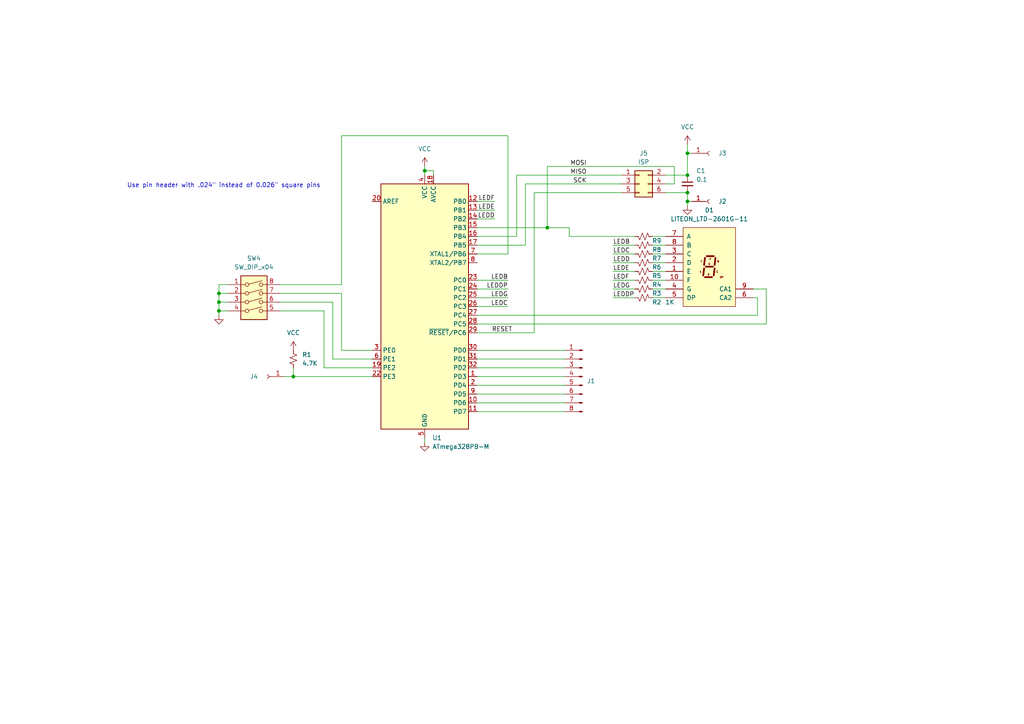
<source format=kicad_sch>
(kicad_sch (version 20230121) (generator eeschema)
  (paper "A4")
  (lib_symbols
    (symbol "Connector:Conn_01x01_Socket" (pin_names (offset 1.016) hide)
      (property "Reference" "J" (at 0 2.54 0))
      (property "Value" "Conn_01x01_Socket" (at 0 -2.54 0))
      (symbol "Conn_01x01_Socket_1_1"
        (polyline (pts (xy -1.27 0) (xy -0.508 0)) (stroke (width 0.1524)))
        (arc (start 0 0.508) (mid -0.5058 0) (end 0 -0.508) (stroke (width 0.1524)))
        (pin passive line (at -5.08 0 0) (length 3.81) (name "Pin_1") (number "1"))
      )
    )
    (symbol "Connector:Conn_01x08_Pin" (pin_names (offset 1.016) hide)
      (property "Reference" "J" (at 0 10.16 0))
      (property "Value" "Conn_01x08_Pin" (at 0 -12.7 0))
      (symbol "Conn_01x08_Pin_1_1"
        (polyline (pts (xy 1.27 -10.16) (xy 0.8636 -10.16)) (stroke (width 0.1524)))
        (polyline (pts (xy 1.27 -7.62) (xy 0.8636 -7.62)) (stroke (width 0.1524)))
        (polyline (pts (xy 1.27 -5.08) (xy 0.8636 -5.08)) (stroke (width 0.1524)))
        (polyline (pts (xy 1.27 -2.54) (xy 0.8636 -2.54)) (stroke (width 0.1524)))
        (polyline (pts (xy 1.27 0) (xy 0.8636 0)) (stroke (width 0.1524)))
        (polyline (pts (xy 1.27 2.54) (xy 0.8636 2.54)) (stroke (width 0.1524)))
        (polyline (pts (xy 1.27 5.08) (xy 0.8636 5.08)) (stroke (width 0.1524)))
        (polyline (pts (xy 1.27 7.62) (xy 0.8636 7.62)) (stroke (width 0.1524)))
        (rectangle (start 0.8636 -10.033) (end 0 -10.287) (stroke (width 0.1524)) (fill (type outline)))
        (rectangle (start 0.8636 -7.493) (end 0 -7.747) (stroke (width 0.1524)) (fill (type outline)))
        (rectangle (start 0.8636 -4.953) (end 0 -5.207) (stroke (width 0.1524)) (fill (type outline)))
        (rectangle (start 0.8636 -2.413) (end 0 -2.667) (stroke (width 0.1524)) (fill (type outline)))
        (rectangle (start 0.8636 0.127) (end 0 -0.127) (stroke (width 0.1524)) (fill (type outline)))
        (rectangle (start 0.8636 2.667) (end 0 2.413) (stroke (width 0.1524)) (fill (type outline)))
        (rectangle (start 0.8636 5.207) (end 0 4.953) (stroke (width 0.1524)) (fill (type outline)))
        (rectangle (start 0.8636 7.747) (end 0 7.493) (stroke (width 0.1524)) (fill (type outline)))
        (pin passive line (at 5.08 7.62 180) (length 3.81) (name "Pin_1") (number "1"))
        (pin passive line (at 5.08 5.08 180) (length 3.81) (name "Pin_2") (number "2"))
        (pin passive line (at 5.08 2.54 180) (length 3.81) (name "Pin_3") (number "3"))
        (pin passive line (at 5.08 0 180) (length 3.81) (name "Pin_4") (number "4"))
        (pin passive line (at 5.08 -2.54 180) (length 3.81) (name "Pin_5") (number "5"))
        (pin passive line (at 5.08 -5.08 180) (length 3.81) (name "Pin_6") (number "6"))
        (pin passive line (at 5.08 -7.62 180) (length 3.81) (name "Pin_7") (number "7"))
        (pin passive line (at 5.08 -10.16 180) (length 3.81) (name "Pin_8") (number "8"))
      )
    )
    (symbol "Connector_Generic:Conn_02x03_Odd_Even" (pin_names (offset 1.016) hide)
      (property "Reference" "J" (at 1.27 5.08 0))
      (property "Value" "Conn_02x03_Odd_Even" (at 1.27 -5.08 0))
      (symbol "Conn_02x03_Odd_Even_1_1"
        (rectangle (start -1.27 -2.413) (end 0 -2.667) (stroke (width 0.1524)))
        (rectangle (start -1.27 0.127) (end 0 -0.127) (stroke (width 0.1524)))
        (rectangle (start -1.27 2.667) (end 0 2.413) (stroke (width 0.1524)))
        (rectangle (start -1.27 3.81) (end 3.81 -3.81) (stroke (width 0.254)) (fill (type background)))
        (rectangle (start 3.81 -2.413) (end 2.54 -2.667) (stroke (width 0.1524)))
        (rectangle (start 3.81 0.127) (end 2.54 -0.127) (stroke (width 0.1524)))
        (rectangle (start 3.81 2.667) (end 2.54 2.413) (stroke (width 0.1524)))
        (pin passive line (at -5.08 2.54 0) (length 3.81) (name "Pin_1") (number "1"))
        (pin passive line (at 7.62 2.54 180) (length 3.81) (name "Pin_2") (number "2"))
        (pin passive line (at -5.08 0 0) (length 3.81) (name "Pin_3") (number "3"))
        (pin passive line (at 7.62 0 180) (length 3.81) (name "Pin_4") (number "4"))
        (pin passive line (at -5.08 -2.54 0) (length 3.81) (name "Pin_5") (number "5"))
        (pin passive line (at 7.62 -2.54 180) (length 3.81) (name "Pin_6") (number "6"))
      )
    )
    (symbol "Device:C_Small" (pin_numbers hide) (pin_names (offset 0.254) hide)
      (property "Reference" "C" (at 0.254 1.778 0))
      (property "Value" "C_Small" (at 0.254 -2.032 0))
      (symbol "C_Small_0_1"
        (polyline (pts (xy -1.524 -0.508) (xy 1.524 -0.508)) (stroke (width 0.3302)))
        (polyline (pts (xy -1.524 0.508) (xy 1.524 0.508)) (stroke (width 0.3048)))
      )
      (symbol "C_Small_1_1"
        (pin passive line (at 0 2.54 270) (length 2.032) (name "~") (number "1"))
        (pin passive line (at 0 -2.54 90) (length 2.032) (name "~") (number "2"))
      )
    )
    (symbol "Device:R_Small_US" (pin_numbers hide) (pin_names (offset 0.254) hide)
      (property "Reference" "R" (at 0.762 0.508 0))
      (property "Value" "R_Small_US" (at 0.762 -1.016 0))
      (symbol "R_Small_US_1_1"
        (polyline (pts (xy 0 0) (xy 1.016 -0.381) (xy 0 -0.762) (xy -1.016 -1.143) (xy 0 -1.524)))
        (polyline (pts (xy 0 1.524) (xy 1.016 1.143) (xy 0 0.762) (xy -1.016 0.381) (xy 0 0)))
        (pin passive line (at 0 2.54 270) (length 1.016) (name "~") (number "1"))
        (pin passive line (at 0 -2.54 90) (length 1.016) (name "~") (number "2"))
      )
    )
    (symbol "MCU_Microchip_ATmega:ATmega328PB-M"
      (property "Reference" "U" (at -12.7 36.83 0))
      (property "Value" "ATmega328PB-M" (at 2.54 -36.83 0))
      (symbol "ATmega328PB-M_0_1"
        (rectangle (start -12.7 -35.56) (end 12.7 35.56) (stroke (width 0.254)) (fill (type background)))
      )
      (symbol "ATmega328PB-M_1_1"
        (pin bidirectional line (at 15.24 -20.32 180) (length 2.54) (name "PD3") (number "1"))
        (pin bidirectional line (at 15.24 -27.94 180) (length 2.54) (name "PD6") (number "10"))
        (pin bidirectional line (at 15.24 -30.48 180) (length 2.54) (name "PD7") (number "11"))
        (pin bidirectional line (at 15.24 30.48 180) (length 2.54) (name "PB0") (number "12"))
        (pin bidirectional line (at 15.24 27.94 180) (length 2.54) (name "PB1") (number "13"))
        (pin bidirectional line (at 15.24 25.4 180) (length 2.54) (name "PB2") (number "14"))
        (pin bidirectional line (at 15.24 22.86 180) (length 2.54) (name "PB3") (number "15"))
        (pin bidirectional line (at 15.24 20.32 180) (length 2.54) (name "PB4") (number "16"))
        (pin bidirectional line (at 15.24 17.78 180) (length 2.54) (name "PB5") (number "17"))
        (pin power_in line (at 2.54 38.1 270) (length 2.54) (name "AVCC") (number "18"))
        (pin bidirectional line (at -15.24 -17.78 0) (length 2.54) (name "PE2") (number "19"))
        (pin bidirectional line (at 15.24 -22.86 180) (length 2.54) (name "PD4") (number "2"))
        (pin passive line (at -15.24 30.48 0) (length 2.54) (name "AREF") (number "20"))
        (pin passive line (at 0 -38.1 90) (length 2.54) hide (name "GND") (number "21"))
        (pin bidirectional line (at -15.24 -20.32 0) (length 2.54) (name "PE3") (number "22"))
        (pin bidirectional line (at 15.24 7.62 180) (length 2.54) (name "PC0") (number "23"))
        (pin bidirectional line (at 15.24 5.08 180) (length 2.54) (name "PC1") (number "24"))
        (pin bidirectional line (at 15.24 2.54 180) (length 2.54) (name "PC2") (number "25"))
        (pin bidirectional line (at 15.24 0 180) (length 2.54) (name "PC3") (number "26"))
        (pin bidirectional line (at 15.24 -2.54 180) (length 2.54) (name "PC4") (number "27"))
        (pin bidirectional line (at 15.24 -5.08 180) (length 2.54) (name "PC5") (number "28"))
        (pin bidirectional line (at 15.24 -7.62 180) (length 2.54) (name "~{RESET}/PC6") (number "29"))
        (pin bidirectional line (at -15.24 -12.7 0) (length 2.54) (name "PE0") (number "3"))
        (pin bidirectional line (at 15.24 -12.7 180) (length 2.54) (name "PD0") (number "30"))
        (pin bidirectional line (at 15.24 -15.24 180) (length 2.54) (name "PD1") (number "31"))
        (pin bidirectional line (at 15.24 -17.78 180) (length 2.54) (name "PD2") (number "32"))
        (pin passive line (at 0 -38.1 90) (length 2.54) hide (name "GND") (number "33"))
        (pin power_in line (at 0 38.1 270) (length 2.54) (name "VCC") (number "4"))
        (pin power_in line (at 0 -38.1 90) (length 2.54) (name "GND") (number "5"))
        (pin bidirectional line (at -15.24 -15.24 0) (length 2.54) (name "PE1") (number "6"))
        (pin bidirectional line (at 15.24 15.24 180) (length 2.54) (name "XTAL1/PB6") (number "7"))
        (pin bidirectional line (at 15.24 12.7 180) (length 2.54) (name "XTAL2/PB7") (number "8"))
        (pin bidirectional line (at 15.24 -25.4 180) (length 2.54) (name "PD5") (number "9"))
      )
    )
    (symbol "Switch:SW_DIP_x04" (pin_names (offset 0) hide)
      (property "Reference" "SW" (at 0 8.89 0))
      (property "Value" "SW_DIP_x04" (at 0 -6.35 0))
      (symbol "SW_DIP_x04_0_0"
        (circle (center -2.032 -2.54) (radius 0.508))
        (circle (center -2.032 0) (radius 0.508))
        (circle (center -2.032 2.54) (radius 0.508))
        (circle (center -2.032 5.08) (radius 0.508))
        (polyline (pts (xy -1.524 -2.3876) (xy 2.3622 -1.3462)))
        (polyline (pts (xy -1.524 0.127) (xy 2.3622 1.1684)))
        (polyline (pts (xy -1.524 2.667) (xy 2.3622 3.7084)))
        (polyline (pts (xy -1.524 5.207) (xy 2.3622 6.2484)))
        (circle (center 2.032 -2.54) (radius 0.508))
        (circle (center 2.032 0) (radius 0.508))
        (circle (center 2.032 2.54) (radius 0.508))
        (circle (center 2.032 5.08) (radius 0.508))
      )
      (symbol "SW_DIP_x04_0_1"
        (rectangle (start -3.81 7.62) (end 3.81 -5.08) (stroke (width 0.254)) (fill (type background)))
      )
      (symbol "SW_DIP_x04_1_1"
        (pin passive line (at -7.62 5.08 0) (length 5.08) (name "~") (number "1"))
        (pin passive line (at -7.62 2.54 0) (length 5.08) (name "~") (number "2"))
        (pin passive line (at -7.62 0 0) (length 5.08) (name "~") (number "3"))
        (pin passive line (at -7.62 -2.54 0) (length 5.08) (name "~") (number "4"))
        (pin passive line (at 7.62 -2.54 180) (length 5.08) (name "~") (number "5"))
        (pin passive line (at 7.62 0 180) (length 5.08) (name "~") (number "6"))
        (pin passive line (at 7.62 2.54 180) (length 5.08) (name "~") (number "7"))
        (pin passive line (at 7.62 5.08 180) (length 5.08) (name "~") (number "8"))
      )
    )
    (symbol "discretes_new:LITEON_LTD-2601G-11" (pin_names (offset 1.016))
      (property "Reference" "D" (at 2.54 5.08 0))
      (property "Value" "LITEON_LTD-2601G-11" (at 7.62 2.54 0))
      (symbol "LITEON_LTD-2601G-11_0_1"
        (rectangle (start 0 0) (end 15.24 -22.86) (fill (type background)))
      )
      (symbol "LITEON_LTD-2601G-11_1_1"
        (polyline (pts (xy 6.096 -11.811) (xy 5.842 -13.843)) (stroke (width 0.508)))
        (polyline (pts (xy 6.35 -14.351) (xy 8.382 -14.351)) (stroke (width 0.508)))
        (polyline (pts (xy 6.35 -8.763) (xy 6.096 -10.795)) (stroke (width 0.508)))
        (polyline (pts (xy 6.604 -11.303) (xy 8.636 -11.303)) (stroke (width 0.508)))
        (polyline (pts (xy 6.858 -8.255) (xy 8.89 -8.255)) (stroke (width 0.508)))
        (polyline (pts (xy 9.144 -11.811) (xy 8.89 -13.843)) (stroke (width 0.508)))
        (polyline (pts (xy 9.398 -8.763) (xy 9.144 -10.795)) (stroke (width 0.508)))
        (polyline (pts (xy 10.16 -14.351) (xy 10.16 -14.351)) (stroke (width 0.508)))
        (text "A" (at 7.874 -9.017 0) (effects (font (size 0.508 0.508))))
        (text "B" (at 10.16 -9.779 0) (effects (font (size 0.508 0.508))))
        (text "C" (at 9.906 -12.827 0) (effects (font (size 0.508 0.508))))
        (text "D" (at 7.366 -13.589 0) (effects (font (size 0.508 0.508))))
        (text "DP" (at 11.176 -14.351 0) (effects (font (size 0.508 0.508))))
        (text "E" (at 5.08 -12.827 0) (effects (font (size 0.508 0.508))))
        (text "F" (at 5.334 -9.779 0) (effects (font (size 0.508 0.508))))
        (text "G" (at 7.62 -10.541 0) (effects (font (size 0.508 0.508))))
        (pin passive line (at -5.08 -12.7 0) (length 5.08) (name "E") (number "1"))
        (pin passive line (at -5.08 -15.24 0) (length 5.08) (name "F") (number "10"))
        (pin passive line (at -5.08 -10.16 0) (length 5.08) (name "D") (number "2"))
        (pin passive line (at -5.08 -7.62 0) (length 5.08) (name "C") (number "3"))
        (pin passive line (at -5.08 -17.78 0) (length 5.08) (name "G") (number "4"))
        (pin passive line (at -5.08 -20.32 0) (length 5.08) (name "DP") (number "5"))
        (pin passive line (at 20.32 -20.32 180) (length 5.08) (name "CA2") (number "6"))
        (pin passive line (at -5.08 -2.54 0) (length 5.08) (name "A") (number "7"))
        (pin passive line (at -5.08 -5.08 0) (length 5.08) (name "B") (number "8"))
        (pin passive line (at 20.32 -17.78 180) (length 5.08) (name "CA1") (number "9"))
      )
    )
    (symbol "power:GND" (power) (pin_names (offset 0))
      (property "Value" "GND" (at 0 -3.81 0))
      (symbol "GND_0_1"
        (polyline (pts (xy 0 0) (xy 0 -1.27) (xy 1.27 -1.27) (xy 0 -2.54) (xy -1.27 -1.27) (xy 0 -1.27)))
      )
      (symbol "GND_1_1"
        (pin power_in line (at 0 0 270) (length 0) hide (name "GND") (number "1"))
      )
    )
    (symbol "power:VCC" (power) (pin_names (offset 0))
      (property "Value" "VCC" (at 0 3.81 0))
      (symbol "VCC_0_1"
        (polyline (pts (xy -0.762 1.27) (xy 0 2.54)))
        (polyline (pts (xy 0 0) (xy 0 2.54)))
        (polyline (pts (xy 0 2.54) (xy 0.762 1.27)))
      )
      (symbol "VCC_1_1"
        (pin power_in line (at 0 0 90) (length 0) hide (name "VCC") (number "1"))
      )
    )
  )
  (junction (at 63.5 85.09))
  (junction (at 63.5 87.63))
  (junction (at 63.5 90.17))
  (junction (at 85.09 109.22))
  (junction (at 199.39 50.8))
  (junction (at 158.75 66.04))
  (junction (at 199.39 58.42))
  (junction (at 123.19 49.53))
  (junction (at 199.39 44.45))
  (junction (at 199.39 55.88))
  (wire (pts (xy 219.71 86.36) (xy 219.71 91.44)))
  (wire (pts (xy 189.23 68.58) (xy 193.04 68.58)))
  (wire (pts (xy 99.06 39.37) (xy 99.06 82.55)))
  (wire (pts (xy 107.95 104.14) (xy 96.52 104.14)))
  (wire (pts (xy 199.39 58.42) (xy 200.66 58.42)))
  (wire (pts (xy 66.04 90.17) (xy 63.5 90.17)))
  (wire (pts (xy 138.43 106.68) (xy 163.83 106.68)))
  (wire (pts (xy 222.25 83.82) (xy 218.44 83.82)))
  (wire (pts (xy 138.43 109.22) (xy 163.83 109.22)))
  (wire (pts (xy 152.4 53.34) (xy 180.34 53.34)))
  (wire (pts (xy 96.52 87.63) (xy 81.28 87.63)))
  (wire (pts (xy 138.43 104.14) (xy 163.83 104.14)))
  (wire (pts (xy 93.98 90.17) (xy 93.98 106.68)))
  (wire (pts (xy 154.94 55.88) (xy 180.34 55.88)))
  (wire (pts (xy 93.98 106.68) (xy 107.95 106.68)))
  (wire (pts (xy 138.43 101.6) (xy 163.83 101.6)))
  (wire (pts (xy 99.06 101.6) (xy 107.95 101.6)))
  (wire (pts (xy 158.75 66.04) (xy 158.75 48.26)))
  (wire (pts (xy 177.8 71.12) (xy 184.15 71.12)))
  (wire (pts (xy 138.43 66.04) (xy 158.75 66.04)))
  (wire (pts (xy 199.39 41.91) (xy 199.39 44.45)))
  (wire (pts (xy 138.43 60.96) (xy 143.51 60.96)))
  (wire (pts (xy 189.23 78.74) (xy 193.04 78.74)))
  (wire (pts (xy 195.58 53.34) (xy 195.58 48.26)))
  (wire (pts (xy 138.43 73.66) (xy 147.32 73.66)))
  (wire (pts (xy 177.8 86.36) (xy 184.15 86.36)))
  (wire (pts (xy 147.32 73.66) (xy 147.32 39.37)))
  (wire (pts (xy 222.25 93.98) (xy 222.25 83.82)))
  (wire (pts (xy 138.43 71.12) (xy 152.4 71.12)))
  (wire (pts (xy 189.23 71.12) (xy 193.04 71.12)))
  (wire (pts (xy 63.5 85.09) (xy 63.5 82.55)))
  (wire (pts (xy 63.5 87.63) (xy 66.04 87.63)))
  (wire (pts (xy 189.23 83.82) (xy 193.04 83.82)))
  (wire (pts (xy 138.43 111.76) (xy 163.83 111.76)))
  (wire (pts (xy 81.28 90.17) (xy 93.98 90.17)))
  (wire (pts (xy 96.52 104.14) (xy 96.52 87.63)))
  (wire (pts (xy 138.43 83.82) (xy 147.32 83.82)))
  (wire (pts (xy 125.73 50.8) (xy 125.73 49.53)))
  (wire (pts (xy 177.8 81.28) (xy 184.15 81.28)))
  (wire (pts (xy 199.39 44.45) (xy 200.66 44.45)))
  (wire (pts (xy 138.43 58.42) (xy 143.51 58.42)))
  (wire (pts (xy 138.43 88.9) (xy 147.32 88.9)))
  (wire (pts (xy 199.39 55.88) (xy 199.39 58.42)))
  (wire (pts (xy 138.43 86.36) (xy 147.32 86.36)))
  (wire (pts (xy 149.86 68.58) (xy 149.86 50.8)))
  (wire (pts (xy 63.5 91.44) (xy 63.5 90.17)))
  (wire (pts (xy 85.09 109.22) (xy 82.55 109.22)))
  (wire (pts (xy 189.23 81.28) (xy 193.04 81.28)))
  (wire (pts (xy 152.4 71.12) (xy 152.4 53.34)))
  (wire (pts (xy 123.19 127) (xy 123.19 128.27)))
  (wire (pts (xy 138.43 119.38) (xy 163.83 119.38)))
  (wire (pts (xy 63.5 82.55) (xy 66.04 82.55)))
  (wire (pts (xy 63.5 85.09) (xy 66.04 85.09)))
  (wire (pts (xy 99.06 82.55) (xy 81.28 82.55)))
  (wire (pts (xy 184.15 76.2) (xy 177.8 76.2)))
  (wire (pts (xy 81.28 85.09) (xy 99.06 85.09)))
  (wire (pts (xy 147.32 39.37) (xy 99.06 39.37)))
  (wire (pts (xy 193.04 53.34) (xy 195.58 53.34)))
  (wire (pts (xy 199.39 44.45) (xy 199.39 50.8)))
  (wire (pts (xy 138.43 63.5) (xy 143.51 63.5)))
  (wire (pts (xy 138.43 96.52) (xy 154.94 96.52)))
  (wire (pts (xy 138.43 116.84) (xy 163.83 116.84)))
  (wire (pts (xy 123.19 48.26) (xy 123.19 49.53)))
  (wire (pts (xy 219.71 91.44) (xy 138.43 91.44)))
  (wire (pts (xy 138.43 93.98) (xy 222.25 93.98)))
  (wire (pts (xy 149.86 50.8) (xy 180.34 50.8)))
  (wire (pts (xy 193.04 55.88) (xy 199.39 55.88)))
  (wire (pts (xy 85.09 106.68) (xy 85.09 109.22)))
  (wire (pts (xy 138.43 114.3) (xy 163.83 114.3)))
  (wire (pts (xy 63.5 87.63) (xy 63.5 85.09)))
  (wire (pts (xy 184.15 73.66) (xy 177.8 73.66)))
  (wire (pts (xy 123.19 49.53) (xy 125.73 49.53)))
  (wire (pts (xy 193.04 50.8) (xy 199.39 50.8)))
  (wire (pts (xy 177.8 78.74) (xy 184.15 78.74)))
  (wire (pts (xy 138.43 81.28) (xy 147.32 81.28)))
  (wire (pts (xy 123.19 49.53) (xy 123.19 50.8)))
  (wire (pts (xy 85.09 109.22) (xy 107.95 109.22)))
  (wire (pts (xy 165.1 68.58) (xy 184.15 68.58)))
  (wire (pts (xy 218.44 86.36) (xy 219.71 86.36)))
  (wire (pts (xy 158.75 48.26) (xy 195.58 48.26)))
  (wire (pts (xy 158.75 66.04) (xy 165.1 66.04)))
  (wire (pts (xy 189.23 76.2) (xy 193.04 76.2)))
  (wire (pts (xy 63.5 90.17) (xy 63.5 87.63)))
  (wire (pts (xy 199.39 58.42) (xy 199.39 59.69)))
  (wire (pts (xy 99.06 85.09) (xy 99.06 101.6)))
  (wire (pts (xy 154.94 96.52) (xy 154.94 55.88)))
  (wire (pts (xy 189.23 86.36) (xy 193.04 86.36)))
  (wire (pts (xy 165.1 66.04) (xy 165.1 68.58)))
  (wire (pts (xy 138.43 68.58) (xy 149.86 68.58)))
  (wire (pts (xy 177.8 83.82) (xy 184.15 83.82)))
  (wire (pts (xy 189.23 73.66) (xy 193.04 73.66)))
  (text "Use pin header with .024\" instead of 0.026\" square pins" (at 36.83 54.61 0) (effects (font (size 1.27 1.27)) (justify left bottom)))
  (label "LEDD" (at 177.8 76.2 0))
  (label "SCK" (at 170.18 53.34 180))
  (label "LEDE" (at 143.51 60.96 180))
  (label "LEDF" (at 177.8 81.28 0))
  (label "RESET" (at 148.59 96.52 180))
  (label "LEDB" (at 147.32 81.28 180))
  (label "LEDDP" (at 147.32 83.82 180))
  (label "MOSI" (at 170.18 48.26 180))
  (label "LEDC" (at 177.8 73.66 0))
  (label "MISO" (at 170.18 50.8 180))
  (label "LEDC" (at 147.32 88.9 180))
  (label "LEDG" (at 177.8 83.82 0))
  (label "LEDB" (at 177.8 71.12 0))
  (label "LEDD" (at 143.51 63.5 180))
  (label "LEDF" (at 143.51 58.42 180))
  (label "LEDG" (at 147.32 86.36 180))
  (label "LEDDP" (at 177.8 86.36 0))
  (label "LEDE" (at 177.8 78.74 0))
  (symbol (lib_id "power:VCC") (at 123.19 48.26 0) (unit 1)
    (property "Reference" "#PWR04" (effects hide))
    (property "Value" "VCC" (at 123.19 43.18 0))
  )
  (symbol (lib_id "Device:C_Small") (at 199.39 53.34 0) (unit 1)
    (property "Reference" "C1" (at 201.93 49.53 0) (effects (justify left)))
    (property "Value" "0.1" (at 201.93 52.07 0) (effects (justify left)))
    (property "Footprint" "Passive:CAPC2012X55" (effects hide))
  )
  (symbol (lib_id "Connector:Conn_01x01_Socket") (at 77.47 109.22 180) (unit 1)
    (property "Reference" "J4" (at 73.66 109.22 0))
    (property "Value" "Conn_01x01_Socket" (effects hide))
    (property "Footprint" "Conn:MILL-MAX_0294-0-15-01-06-27-10-0" (effects hide))
  )
  (symbol (lib_id "Device:R_Small_US") (at 186.69 71.12 90) (mirror x) (unit 1)
    (property "Reference" "R8" (at 190.5 72.39 90))
    (property "Value" "1K" (effects hide))
    (property "Footprint" "Passive:RESC2012X55" (effects hide))
  )
  (symbol (lib_id "power:VCC") (at 85.09 101.6 0) (unit 1)
    (property "Reference" "#PWR06" (effects hide))
    (property "Value" "VCC" (at 85.09 96.52 0))
  )
  (symbol (lib_id "power:GND") (at 123.19 128.27 0) (unit 1)
    (property "Reference" "#PWR02" (effects hide))
    (property "Value" "GND" (effects hide))
  )
  (symbol (lib_id "Device:R_Small_US") (at 85.09 104.14 0) (unit 1)
    (property "Reference" "R1" (at 87.63 102.87 0) (effects (justify left)))
    (property "Value" "4.7K" (at 87.63 105.41 0) (effects (justify left)))
    (property "Footprint" "Passive:RESC2012X55" (effects hide))
  )
  (symbol (lib_id "Connector:Conn_01x01_Socket") (at 205.74 58.42 0) (mirror x) (unit 1)
    (property "Reference" "J2" (at 209.55 58.42 0))
    (property "Value" "Conn_01x01_Socket" (effects hide))
    (property "Footprint" "Conn:MILL-MAX_0294-0-15-01-06-27-10-0" (effects hide))
  )
  (symbol (lib_id "power:GND") (at 199.39 59.69 0) (mirror y) (unit 1)
    (property "Reference" "#PWR01" (effects hide))
    (property "Value" "GND" (effects hide))
  )
  (symbol (lib_id "Device:R_Small_US") (at 186.69 86.36 90) (mirror x) (unit 1)
    (property "Reference" "R2" (at 190.5 87.63 90))
    (property "Value" "1K" (at 194.31 87.63 90))
    (property "Footprint" "Passive:RESC2012X55" (effects hide))
  )
  (symbol (lib_id "MCU_Microchip_ATmega:ATmega328PB-M") (at 123.19 88.9 0) (unit 1)
    (property "Reference" "U1" (at 125.3841 127 0) (effects (justify left)))
    (property "Value" "ATmega328PB-M" (at 125.3841 129.54 0) (effects (justify left)))
    (property "Footprint" "Package_DFN_QFN:QFN-32-1EP_5x5mm_P0.5mm_EP3.1x3.1mm" (effects hide))
    (property "Datasheet" "http://ww1.microchip.com/downloads/en/DeviceDoc/40001906C.pdf" (effects hide))
  )
  (symbol (lib_id "Device:R_Small_US") (at 186.69 78.74 90) (mirror x) (unit 1)
    (property "Reference" "R5" (at 190.5 80.01 90))
    (property "Value" "1K" (effects hide))
    (property "Footprint" "Passive:RESC2012X55" (effects hide))
  )
  (symbol (lib_id "Connector_Generic:Conn_02x03_Odd_Even") (at 185.42 53.34 0) (unit 1)
    (property "Reference" "J5" (at 186.69 44.45 0))
    (property "Value" "ISP" (at 186.69 46.99 0))
    (property "Footprint" "Connector_PinHeader_2.54mm:PinHeader_2x03_P2.54mm_Vertical_SMD" (effects hide))
  )
  (symbol (lib_id "Connector:Conn_01x08_Pin") (at 168.91 109.22 0) (mirror y) (unit 1)
    (property "Reference" "J1" (at 171.45 110.49 0))
    (property "Value" "Conn_01x08_Pin" (effects hide))
    (property "Footprint" "Connector_PinHeader_2.54mm:PinHeader_1x08_P2.54mm_Vertical" (effects hide))
  )
  (symbol (lib_id "power:GND") (at 63.5 91.44 0) (unit 1)
    (property "Reference" "#PWR07" (effects hide))
    (property "Value" "GND" (effects hide))
  )
  (symbol (lib_id "Device:R_Small_US") (at 186.69 81.28 90) (mirror x) (unit 1)
    (property "Reference" "R4" (at 190.5 82.55 90))
    (property "Value" "1K" (effects hide))
    (property "Footprint" "Passive:RESC2012X55" (effects hide))
  )
  (symbol (lib_id "power:VCC") (at 199.39 41.91 0) (mirror y) (unit 1)
    (property "Reference" "#PWR03" (effects hide))
    (property "Value" "VCC" (at 199.39 36.83 0))
  )
  (symbol (lib_id "Connector:Conn_01x01_Socket") (at 205.74 44.45 0) (mirror x) (unit 1)
    (property "Reference" "J3" (at 209.55 44.45 0))
    (property "Value" "Conn_01x01_Socket" (effects hide))
    (property "Footprint" "Conn:MILL-MAX_0294-0-15-01-06-27-10-0" (effects hide))
  )
  (symbol (lib_id "Switch:SW_DIP_x04") (at 73.66 87.63 0) (unit 1)
    (property "Reference" "SW4" (at 73.66 74.93 0))
    (property "Value" "SW_DIP_x04" (at 73.66 77.47 0))
    (property "Footprint" "Button_Switch_SMD:SW_DIP_SPSTx04_Slide_Copal_CHS-04A_W5.08mm_P1.27mm_JPin" (effects hide))
    (property "Mouser" "CHS-04A" (effects hide))
  )
  (symbol (lib_id "Device:R_Small_US") (at 186.69 68.58 90) (mirror x) (unit 1)
    (property "Reference" "R9" (at 190.5 69.85 90))
    (property "Value" "1K" (effects hide))
    (property "Footprint" "Passive:RESC2012X55" (effects hide))
  )
  (symbol (lib_id "Device:R_Small_US") (at 186.69 73.66 90) (mirror x) (unit 1)
    (property "Reference" "R7" (at 190.5 74.93 90))
    (property "Value" "1K" (effects hide))
    (property "Footprint" "Passive:RESC2012X55" (effects hide))
  )
  (symbol (lib_id "Device:R_Small_US") (at 186.69 76.2 90) (mirror x) (unit 1)
    (property "Reference" "R6" (at 190.5 77.47 90))
    (property "Value" "1K" (effects hide))
    (property "Footprint" "Passive:RESC2012X55" (effects hide))
  )
  (symbol (lib_id "discretes_new:LITEON_LTD-2601G-11") (at 198.12 66.04 0) (unit 1)
    (property "Reference" "D1" (at 205.74 60.96 0))
    (property "Value" "LITEON_LTD-2601G-11" (at 205.74 63.5 0))
    (property "Footprint" "Active:LTD-2601G-11" (effects hide))
    (property "Mouser" "859-LTD-2601G-11" (effects hide))
  )
  (symbol (lib_id "Device:R_Small_US") (at 186.69 83.82 90) (mirror x) (unit 1)
    (property "Reference" "R3" (at 190.5 85.09 90))
    (property "Value" "1K" (effects hide))
    (property "Footprint" "Passive:RESC2012X55" (effects hide))
  )
)
</source>
